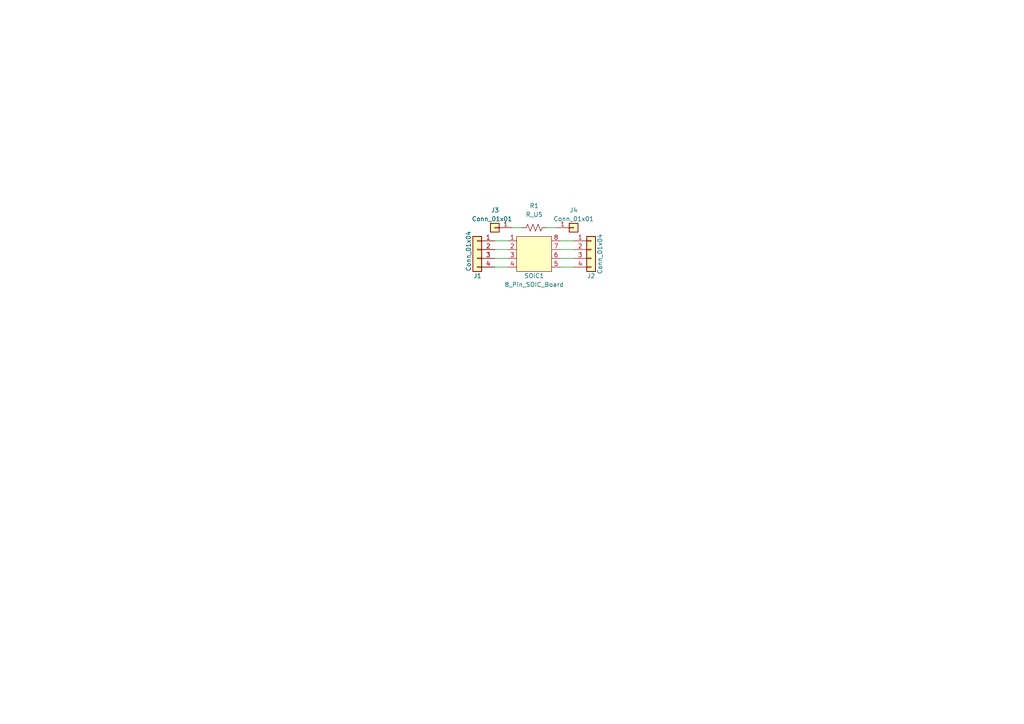
<source format=kicad_sch>
(kicad_sch (version 20211123) (generator eeschema)
  (paper "A4")
  (title_block (title "8 Pin Testing Board") (date "2023-03-29") (rev "0"))
  (lib_symbols
    (symbol "8_Pin_SOIC_Board_1"
      (property "Reference" "SOIC1" (at 0 -6.35 0))
      (property "Value" "8_Pin_SOIC_Board" (at 0 -8.89 0))
      (symbol "8_Pin_SOIC_Board_1_0_1"
        (rectangle (start -5.08 5.08) (end 5.08 -5.08) (fill (type background)))
      )
      (symbol "8_Pin_SOIC_Board_1_1_1"
        (pin unspecified line (at -7.62 3.81 0) (length 2.54) (name "") (number "1"))
        (pin unspecified line (at -7.62 1.27 0) (length 2.54) (name "") (number "2"))
        (pin unspecified line (at -7.62 -1.27 0) (length 2.54) (name "") (number "3"))
        (pin unspecified line (at -7.62 -3.81 0) (length 2.54) (name "") (number "4"))
        (pin unspecified line (at 7.62 -3.81 180) (length 2.54) (name "") (number "5"))
        (pin unspecified line (at 7.62 -1.27 180) (length 2.54) (name "") (number "6"))
        (pin unspecified line (at 7.62 1.27 180) (length 2.54) (name "") (number "7"))
        (pin unspecified line (at 7.62 3.81 180) (length 2.54) (name "") (number "8"))
      )
    )
    (symbol "Connector_Generic:Conn_01x01" (pin_names (offset 1.016) hide)
      (property "Reference" "J" (at 0 2.54 0))
      (property "Value" "Conn_01x01" (at 0 -2.54 0))
      (symbol "Conn_01x01_1_1"
        (rectangle (start -1.27 0.127) (end 0 -0.127) (stroke (width 0.1524)))
        (rectangle (start -1.27 1.27) (end 1.27 -1.27) (stroke (width 0.254)) (fill (type background)))
        (pin passive line (at -5.08 0 0) (length 3.81) (name "Pin_1") (number "1"))
      )
    )
    (symbol "Connector_Generic:Conn_01x04" (pin_names (offset 1.016) hide)
      (property "Reference" "J" (at 0 5.08 0))
      (property "Value" "Conn_01x04" (at 0 -7.62 0))
      (symbol "Conn_01x04_1_1"
        (rectangle (start -1.27 -4.953) (end 0 -5.207) (stroke (width 0.1524)))
        (rectangle (start -1.27 -2.413) (end 0 -2.667) (stroke (width 0.1524)))
        (rectangle (start -1.27 0.127) (end 0 -0.127) (stroke (width 0.1524)))
        (rectangle (start -1.27 2.667) (end 0 2.413) (stroke (width 0.1524)))
        (rectangle (start -1.27 3.81) (end 1.27 -6.35) (stroke (width 0.254)) (fill (type background)))
        (pin passive line (at -5.08 2.54 0) (length 3.81) (name "Pin_1") (number "1"))
        (pin passive line (at -5.08 0 0) (length 3.81) (name "Pin_2") (number "2"))
        (pin passive line (at -5.08 -2.54 0) (length 3.81) (name "Pin_3") (number "3"))
        (pin passive line (at -5.08 -5.08 0) (length 3.81) (name "Pin_4") (number "4"))
      )
    )
    (symbol "Device:R_US" (pin_numbers hide) (pin_names (offset 0))
      (property "Reference" "R" (at 2.54 0 90))
      (property "Value" "R_US" (at -2.54 0 90))
      (symbol "R_US_0_1"
        (polyline (pts (xy 0 -2.286) (xy 0 -2.54)))
        (polyline (pts (xy 0 2.286) (xy 0 2.54)))
        (polyline (pts (xy 0 -0.762) (xy 1.016 -1.143) (xy 0 -1.524) (xy -1.016 -1.905) (xy 0 -2.286)))
        (polyline (pts (xy 0 0.762) (xy 1.016 0.381) (xy 0 0) (xy -1.016 -0.381) (xy 0 -0.762)))
        (polyline (pts (xy 0 2.286) (xy 1.016 1.905) (xy 0 1.524) (xy -1.016 1.143) (xy 0 0.762)))
      )
      (symbol "R_US_1_1"
        (pin passive line (at 0 3.81 270) (length 1.27) (name "~") (number "1"))
        (pin passive line (at 0 -3.81 90) (length 1.27) (name "~") (number "2"))
      )
    )
  )
  (wire (pts (xy 166.37 74.93) (xy 162.56 74.93)))
  (wire (pts (xy 166.37 69.85) (xy 162.56 69.85)))
  (wire (pts (xy 143.51 72.39) (xy 147.32 72.39)))
  (wire (pts (xy 143.51 69.85) (xy 147.32 69.85)))
  (wire (pts (xy 166.37 77.47) (xy 162.56 77.47)))
  (wire (pts (xy 148.59 66.04) (xy 151.13 66.04)))
  (wire (pts (xy 143.51 77.47) (xy 147.32 77.47)))
  (wire (pts (xy 143.51 74.93) (xy 147.32 74.93)))
  (wire (pts (xy 166.37 72.39) (xy 162.56 72.39)))
  (wire (pts (xy 158.75 66.04) (xy 161.29 66.04)))
  (symbol (lib_id "Connector_Generic:Conn_01x04") (at 138.43 72.39 0) (mirror y) (unit 1)
    (property "Reference" "J1" (at 139.7 80.01 0) (effects (justify left)))
    (property "Value" "Conn_01x04" (at 135.89 78.74 90) (effects (justify left)))
    (property "Footprint" "Connector_PinSocket_2.54mm:PinSocket_1x04_P2.54mm_Vertical" (effects hide))
  )
  (symbol (lib_id "Connector_Generic:Conn_01x01") (at 166.37 66.04 0) (unit 1)
    (property "Reference" "J4" (at 166.37 60.96 0))
    (property "Value" "Conn_01x01" (at 166.37 63.5 0))
    (property "Footprint" "Connector_PinSocket_2.54mm:PinSocket_1x01_P2.54mm_Vertical" (effects hide))
  )
  (symbol (lib_id "Connector_Generic:Conn_01x01") (at 143.51 66.04 0) (mirror y) (unit 1)
    (property "Reference" "J3" (at 144.78 60.96 0) (effects (justify left)))
    (property "Value" "Conn_01x01" (at 148.59 63.5 0) (effects (justify left)))
    (property "Footprint" "Connector_PinSocket_2.54mm:PinSocket_1x01_P2.54mm_Vertical" (effects hide))
  )
  (symbol (lib_name "8_Pin_SOIC_Board_1") (lib_id "8_Pin_SOIC_Board:8_Pin_SOIC_Board") (at 154.94 73.66 0) (unit 1)
    (property "Reference" "SOIC1" (at 154.94 80.01 0))
    (property "Value" "8_Pin_SOIC_Board" (at 154.94 82.55 0))
    (property "Footprint" "SOIC_Footprints:8_Pin_SOIC_Board" (effects hide))
  )
  (symbol (lib_id "Connector_Generic:Conn_01x04") (at 171.45 72.39 0) (unit 1)
    (property "Reference" "J2" (at 171.45 80.01 0))
    (property "Value" "Conn_01x04" (at 173.99 73.66 90))
    (property "Footprint" "Connector_PinSocket_2.54mm:PinSocket_1x04_P2.54mm_Vertical" (effects hide))
  )
  (symbol (lib_id "Device:R_US") (at 154.94 66.04 270) (unit 1)
    (property "Reference" "R1" (at 154.94 59.69 90))
    (property "Value" "R_US" (at 154.94 62.23 90))
    (property "Footprint" "Resistor_SMD:R_0805_2012Metric" (effects hide))
  )
)
</source>
